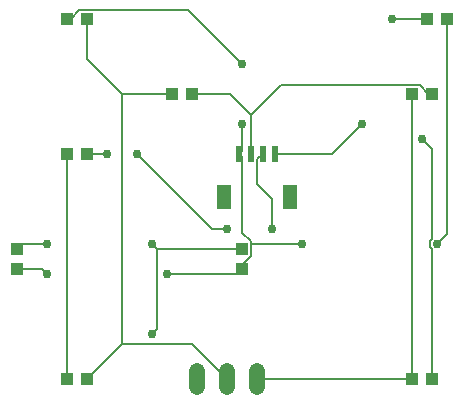
<source format=gbr>
G04 EAGLE Gerber RS-274X export*
G75*
%MOMM*%
%FSLAX34Y34*%
%LPD*%
%INTop Copper*%
%IPPOS*%
%AMOC8*
5,1,8,0,0,1.08239X$1,22.5*%
G01*
%ADD10R,1.100000X1.000000*%
%ADD11R,1.000000X1.100000*%
%ADD12R,1.200000X2.000000*%
%ADD13R,0.600000X1.350000*%
%ADD14C,1.320800*%
%ADD15C,0.152400*%
%ADD16C,0.756400*%


D10*
X143900Y88900D03*
X160900Y88900D03*
D11*
X101600Y182000D03*
X101600Y199000D03*
D10*
X436000Y88900D03*
X453000Y88900D03*
D12*
X276800Y242650D03*
X332800Y242650D03*
D13*
X289800Y279400D03*
X299800Y279400D03*
X309800Y279400D03*
X319800Y279400D03*
D10*
X436000Y330200D03*
X453000Y330200D03*
X232800Y330200D03*
X249800Y330200D03*
X160900Y279400D03*
X143900Y279400D03*
D11*
X292100Y182000D03*
X292100Y199000D03*
D10*
X465700Y393700D03*
X448700Y393700D03*
X143900Y393700D03*
X160900Y393700D03*
D14*
X254000Y95504D02*
X254000Y82296D01*
X304800Y82296D02*
X304800Y95504D01*
X279400Y95504D02*
X279400Y82296D01*
D15*
X449733Y330200D02*
X453000Y330200D01*
X449733Y330200D02*
X442447Y337486D01*
X324786Y337486D01*
X299800Y312500D02*
X299800Y279400D01*
X299800Y312500D02*
X324786Y337486D01*
X282100Y330200D02*
X249800Y330200D01*
X282100Y330200D02*
X299800Y312500D01*
X177800Y279400D02*
X160900Y279400D01*
D16*
X177800Y279400D03*
X203200Y279400D03*
D15*
X266700Y215900D01*
X279400Y215900D01*
D16*
X279400Y215900D03*
X317500Y215900D03*
D15*
X317500Y241300D01*
X304800Y254000D01*
X304800Y271417D01*
X305086Y271703D01*
X305086Y274686D01*
X309800Y279400D01*
X319800Y279400D02*
X368300Y279400D01*
X393700Y304800D01*
D16*
X393700Y304800D03*
X419100Y393700D03*
D15*
X444500Y292100D02*
X453000Y283600D01*
X453000Y198819D02*
X453000Y88900D01*
X453000Y198819D02*
X451132Y200687D01*
X451132Y205714D01*
X453000Y207582D01*
X453000Y283600D01*
D16*
X444500Y292100D03*
D15*
X448700Y393700D02*
X419100Y393700D01*
X292100Y277100D02*
X289800Y279400D01*
X299386Y203200D02*
X299386Y192553D01*
X299386Y203200D02*
X299386Y205447D01*
X292100Y185267D02*
X292100Y182000D01*
X292100Y212733D02*
X292100Y277100D01*
X299386Y192553D02*
X292100Y185267D01*
X299386Y205447D02*
X292100Y212733D01*
X292100Y182000D02*
X287900Y177800D01*
X228600Y177800D01*
D16*
X228600Y177800D03*
X127000Y177800D03*
D15*
X122800Y182000D01*
X101600Y182000D01*
X465700Y211700D02*
X465700Y393700D01*
X465700Y211700D02*
X457200Y203200D01*
D16*
X457200Y203200D03*
X342900Y203200D03*
D15*
X299386Y203200D01*
X147167Y393700D02*
X143900Y393700D01*
X147167Y393700D02*
X154453Y400986D01*
X246714Y400986D01*
X292100Y355600D01*
D16*
X292100Y355600D03*
X292100Y304800D03*
D15*
X292100Y281700D01*
X289800Y279400D01*
X304800Y88900D02*
X436000Y88900D01*
X436000Y330200D01*
X292100Y199000D02*
X220100Y199000D01*
X215900Y203200D01*
D16*
X215900Y203200D03*
X127000Y203200D03*
D15*
X105800Y203200D01*
X101600Y199000D01*
X220100Y199000D02*
X220100Y131200D01*
X215900Y127000D01*
D16*
X215900Y127000D03*
D15*
X160900Y359800D02*
X160900Y393700D01*
X160900Y359800D02*
X190500Y330200D01*
X232800Y330200D01*
X190500Y330200D02*
X190500Y118500D01*
X160900Y88900D01*
X190500Y118500D02*
X249800Y118500D01*
X279400Y88900D01*
X143900Y88900D02*
X143900Y279400D01*
M02*

</source>
